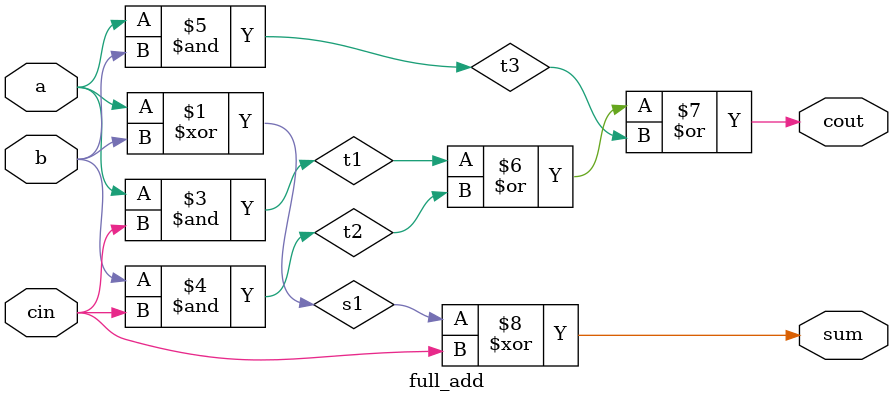
<source format=v>
/****************************************Copyright (c)**************************************************
**                                      Dongdong   Studio 
**                                     
**---------------------------------------File Info-----------------------------------------------------
** File name:			key_debounce
** Last modified Date:	2009-10-18
** Last Version:		1.0
** Descriptions:		key to debounce
**------------------------------------------------------------------------------------------------------
** Created by:		    dongdong
** Created date:		2009-10-18
** Version:				1.0
** Descriptions:		The original version
**
**------------------------------------------------------------------------------------------------------
** Modified by:			
** Modified date:		
** Version:				
** Descriptions:		
**
**------------------------------------------------------------------------------------------------------
********************************************************************************************************/
module full_add( 
					//input 
					a,
					b,
					cin,
				    //output 
					sum,
					cout
                    );

//input ports

input                    a;     
input                    b;    
input                    cin;

//output ports
output                   sum;
output                   cout;
//reg define 

reg                       cout;
reg                       t1;
reg                       t2;
reg                       t3;

//wire define 
wire                       s1;

//parameter define 


/*******************************************************************************************************
**                              Main Program    
**  
********************************************************************************************************/
xor x1(s1,a,b);

always @ (*) begin

    t1 =  a&cin;
    t2 =  b&cin;
    t3 =  a&b;
    cout = t1 | t2 |t3;
end

assign sum = s1^cin;

endmodule
//end of RTL code                       
</source>
